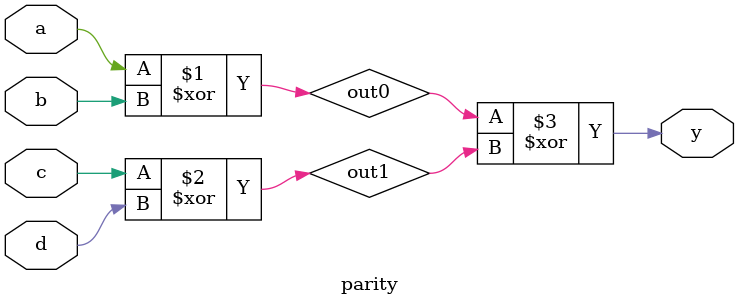
<source format=v>
/* 
Parity

by Jefferson Lopes

Reference: Asic-world
*/

module parity (a, b, c, d, y);
  input a;
  input b;
  input c;
  input d;
  
  output y;
  
  wire a;
  wire b;
  wire c;
  wire d;
  wire y;
  
  wire out0;
  wire out1;
  
  xor u0 (out0, a, b);
  
  xor u1 (out1, c, d);
  
  xor u2 (y, out0, out1);
  
endmodule

</source>
